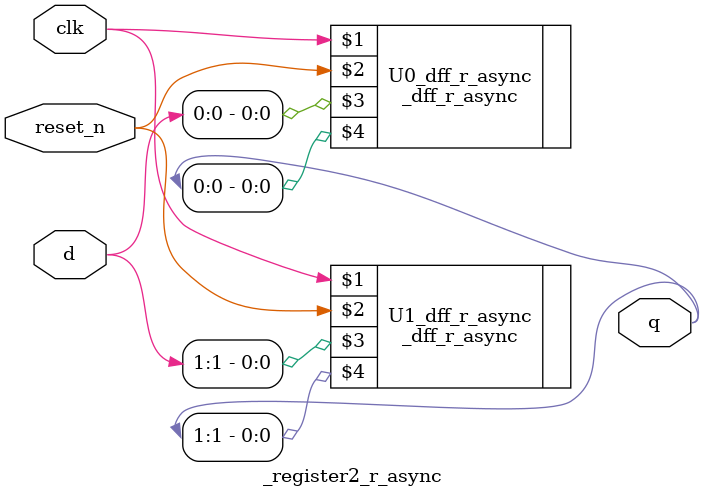
<source format=v>
module _register2_r_async(clk,reset_n,d,q);
	input clk,reset_n;
	input [1:0]d;
	output [1:0]q;
	
_dff_r_async U0_dff_r_async(clk,reset_n,d[0],q[0]);
_dff_r_async U1_dff_r_async(clk,reset_n,d[1],q[1]);
//instance with 2 async resettable dff
endmodule
	
</source>
